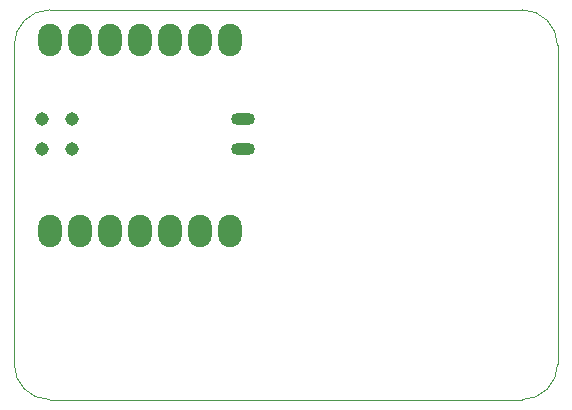
<source format=gbr>
%TF.GenerationSoftware,KiCad,Pcbnew,(6.0.9)*%
%TF.CreationDate,2023-09-21T20:23:22+02:00*%
%TF.ProjectId,EZFocus,455a466f-6375-4732-9e6b-696361645f70,rev?*%
%TF.SameCoordinates,Original*%
%TF.FileFunction,Paste,Top*%
%TF.FilePolarity,Positive*%
%FSLAX46Y46*%
G04 Gerber Fmt 4.6, Leading zero omitted, Abs format (unit mm)*
G04 Created by KiCad (PCBNEW (6.0.9)) date 2023-09-21 20:23:22*
%MOMM*%
%LPD*%
G01*
G04 APERTURE LIST*
%TA.AperFunction,Profile*%
%ADD10C,0.100000*%
%TD*%
%ADD11O,1.998980X2.748280*%
%ADD12O,2.032000X1.016000*%
%ADD13C,1.143000*%
G04 APERTURE END LIST*
D10*
X118000000Y-90000000D02*
X118000000Y-63000000D01*
X75000000Y-93000000D02*
X115000000Y-93000000D01*
X75000000Y-60000000D02*
G75*
G03*
X72000000Y-63000000I0J-3000000D01*
G01*
X118000000Y-63000000D02*
G75*
G03*
X115000000Y-60000000I-3000000J0D01*
G01*
X72000000Y-90000000D02*
G75*
G03*
X75000000Y-93000000I3000000J0D01*
G01*
X115000000Y-60000000D02*
X75000000Y-60000000D01*
X72000000Y-63000000D02*
X72000000Y-90000000D01*
X115000000Y-93000000D02*
G75*
G03*
X118000000Y-90000000I0J3000000D01*
G01*
D11*
%TO.C,U1*%
X75060490Y-78681290D03*
X77600490Y-78681290D03*
X80140490Y-78681290D03*
X82680490Y-78681290D03*
X85220490Y-78681290D03*
X87760490Y-78681290D03*
X90300490Y-78681290D03*
X90300490Y-62516730D03*
X87760490Y-62516730D03*
X85220490Y-62516730D03*
X82680490Y-62516730D03*
X80140490Y-62516730D03*
X77600490Y-62516730D03*
X75060490Y-62516730D03*
D12*
X91378310Y-71814410D03*
X91378310Y-69264410D03*
D13*
X74374123Y-71815607D03*
X74374123Y-69275607D03*
X76914123Y-71815607D03*
X76914123Y-69275607D03*
%TD*%
M02*

</source>
